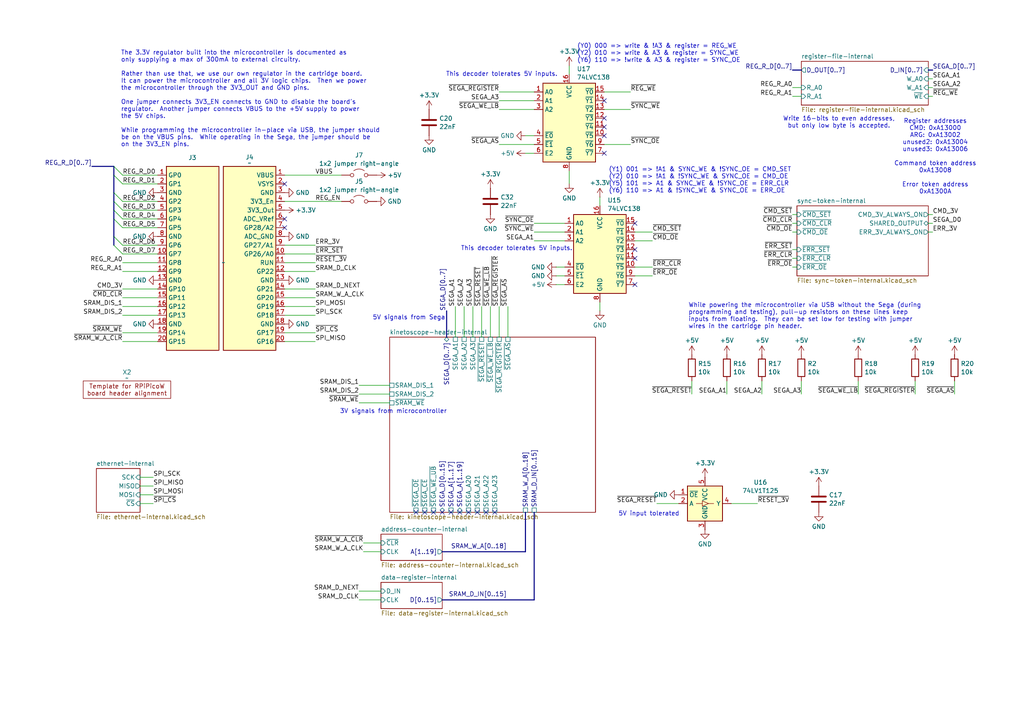
<source format=kicad_sch>
(kicad_sch (version 20231120) (generator "eeschema") (generator_version "8.0")
  (paper "A4")
  (title_block (title "Kinetoscope Microcontroller and Register Board"))
  (lib_symbols
    (symbol "74xx:74HC138"
      (property "Reference" "U" (at -7.62 13.97 0))
      (property "Value" "74HC138" (at 2.54 -11.43 0))
      (symbol "74HC138_0_1"
        (rectangle (start -7.62 12.7) (end 7.62 -10.16) (stroke (width 0.254)) (fill (type background)))
      )
      (symbol "74HC138_1_1"
        (pin input line (at -10.16 10.16 0) (length 2.54) (name "A0") (number "1"))
        (pin output line (at 10.16 -2.54 180) (length 2.54) (name "~{Y5}") (number "10"))
        (pin output line (at 10.16 0 180) (length 2.54) (name "~{Y4}") (number "11"))
        (pin output line (at 10.16 2.54 180) (length 2.54) (name "~{Y3}") (number "12"))
        (pin output line (at 10.16 5.08 180) (length 2.54) (name "~{Y2}") (number "13"))
        (pin output line (at 10.16 7.62 180) (length 2.54) (name "~{Y1}") (number "14"))
        (pin output line (at 10.16 10.16 180) (length 2.54) (name "~{Y0}") (number "15"))
        (pin power_in line (at 0 15.24 270) (length 2.54) (name "VCC") (number "16"))
        (pin input line (at -10.16 7.62 0) (length 2.54) (name "A1") (number "2"))
        (pin input line (at -10.16 5.08 0) (length 2.54) (name "A2") (number "3"))
        (pin input line (at -10.16 -2.54 0) (length 2.54) (name "~{E0}") (number "4"))
        (pin input line (at -10.16 -5.08 0) (length 2.54) (name "~{E1}") (number "5"))
        (pin input line (at -10.16 -7.62 0) (length 2.54) (name "E2") (number "6"))
        (pin output line (at 10.16 -7.62 180) (length 2.54) (name "~{Y7}") (number "7"))
        (pin power_in line (at 0 -12.7 90) (length 2.54) (name "GND") (number "8"))
        (pin output line (at 10.16 -5.08 180) (length 2.54) (name "~{Y6}") (number "9"))
      )
    )
    (symbol "Device:C" (pin_numbers hide) (pin_names (offset 0.254))
      (property "Reference" "C" (at 0.635 2.54 0))
      (property "Value" "C" (at 0.635 -2.54 0))
      (symbol "C_0_1"
        (polyline (pts (xy -2.032 -0.762) (xy 2.032 -0.762)) (stroke (width 0.508)))
        (polyline (pts (xy -2.032 0.762) (xy 2.032 0.762)) (stroke (width 0.508)))
      )
      (symbol "C_1_1"
        (pin passive line (at 0 3.81 270) (length 2.794) (name "~") (number "1"))
        (pin passive line (at 0 -3.81 90) (length 2.794) (name "~") (number "2"))
      )
    )
    (symbol "Device:R" (pin_numbers hide) (pin_names (offset 0))
      (property "Reference" "R" (at 2.032 0 90))
      (property "Value" "R" (at 0 0 90))
      (symbol "R_0_1"
        (rectangle (start -1.016 -2.54) (end 1.016 2.54) (stroke (width 0.254)))
      )
      (symbol "R_1_1"
        (pin passive line (at 0 3.81 270) (length 1.27) (name "~") (number "1"))
        (pin passive line (at 0 -3.81 90) (length 1.27) (name "~") (number "2"))
      )
    )
    (symbol "Jumper:Jumper_2_Open" (pin_numbers hide) (pin_names (offset 0) hide) (exclude_from_sim yes)
      (property "Reference" "JP" (at 0 2.794 0))
      (property "Value" "Jumper_2_Open" (at 0 -2.286 0))
      (symbol "Jumper_2_Open_0_0"
        (circle (center -2.032 0) (radius 0.508))
        (circle (center 2.032 0) (radius 0.508))
      )
      (symbol "Jumper_2_Open_0_1"
        (arc (start 1.524 1.27) (mid 0 1.778) (end -1.524 1.27))
      )
      (symbol "Jumper_2_Open_1_1"
        (pin passive line (at -5.08 0 0) (length 2.54) (name "A") (number "1"))
        (pin passive line (at 5.08 0 180) (length 2.54) (name "B") (number "2"))
      )
    )
    (symbol "Logic_LevelTranslator:SN74LV1T125DBV"
      (property "Reference" "U" (at 5.08 6.35 0))
      (property "Value" "SN74LV1T125DBV" (at 5.08 3.81 0))
      (symbol "SN74LV1T125DBV_0_1"
        (rectangle (start -5.08 5.08) (end 5.08 -5.08) (stroke (width 0.254)) (fill (type background)))
        (polyline (pts (xy -0.762 0) (xy -2.54 0)))
        (polyline (pts (xy 1.016 0) (xy 2.54 0)))
      )
      (symbol "SN74LV1T125DBV_1_1"
        (polyline (pts (xy -0.762 -0.762) (xy -0.762 0.762) (xy 1.016 0) (xy -0.762 -0.762)))
        (pin input line (at -7.62 2.54 0) (length 2.54) (name "~{OE}") (number "1"))
        (pin input line (at -7.62 0 0) (length 2.54) (name "A") (number "2"))
        (pin power_in line (at 0 -7.62 90) (length 2.54) (name "GND") (number "3"))
        (pin output line (at 7.62 0 180) (length 2.54) (name "Y") (number "4"))
        (pin power_in line (at 0 7.62 270) (length 2.54) (name "VCC") (number "5"))
      )
    )
    (symbol "Raspberry_Pi_Pico_W:Raspberry_Pi_Pico_W_A"
      (property "Reference" "J" (at 0 1.016 0))
      (symbol "Raspberry_Pi_Pico_W_A_0_1"
        (rectangle (start -7.62 0) (end 7.62 -53.34) (stroke (width 0.254)) (fill (type background)))
      )
      (symbol "Raspberry_Pi_Pico_W_A_1_1"
        (pin passive line (at -10.16 -2.54 0) (length 2.54) (name "GP0") (number "1"))
        (pin passive line (at -10.16 -25.4 0) (length 2.54) (name "GP7") (number "10"))
        (pin passive line (at -10.16 -27.94 0) (length 2.54) (name "GP8") (number "11"))
        (pin passive line (at -10.16 -30.48 0) (length 2.54) (name "GP9") (number "12"))
        (pin passive line (at -10.16 -33.02 0) (length 2.54) (name "GND") (number "13"))
        (pin passive line (at -10.16 -35.56 0) (length 2.54) (name "GP10") (number "14"))
        (pin passive line (at -10.16 -38.1 0) (length 2.54) (name "GP11") (number "15"))
        (pin passive line (at -10.16 -40.64 0) (length 2.54) (name "GP12") (number "16"))
        (pin passive line (at -10.16 -43.18 0) (length 2.54) (name "GP13") (number "17"))
        (pin passive line (at -10.16 -45.72 0) (length 2.54) (name "GND") (number "18"))
        (pin passive line (at -10.16 -48.26 0) (length 2.54) (name "GP14") (number "19"))
        (pin passive line (at -10.16 -5.08 0) (length 2.54) (name "GP1") (number "2"))
        (pin passive line (at -10.16 -50.8 0) (length 2.54) (name "GP15") (number "20"))
        (pin passive line (at -10.16 -7.62 0) (length 2.54) (name "GND") (number "3"))
        (pin passive line (at -10.16 -10.16 0) (length 2.54) (name "GP2") (number "4"))
        (pin passive line (at -10.16 -12.7 0) (length 2.54) (name "GP3") (number "5"))
        (pin passive line (at -10.16 -15.24 0) (length 2.54) (name "GP4") (number "6"))
        (pin passive line (at -10.16 -17.78 0) (length 2.54) (name "GP5") (number "7"))
        (pin passive line (at -10.16 -20.32 0) (length 2.54) (name "GND") (number "8"))
        (pin passive line (at -10.16 -22.86 0) (length 2.54) (name "GP6") (number "9"))
      )
    )
    (symbol "Raspberry_Pi_Pico_W:Raspberry_Pi_Pico_W_B"
      (property "Reference" "J" (at 0 1.016 0))
      (symbol "Raspberry_Pi_Pico_W_B_0_1"
        (rectangle (start -7.62 0) (end 7.62 -53.34) (stroke (width 0.254)) (fill (type background)))
      )
      (symbol "Raspberry_Pi_Pico_W_B_1_1"
        (pin passive line (at 10.16 -2.54 180) (length 2.54) (name "VBUS") (number "1"))
        (pin passive line (at 10.16 -25.4 180) (length 2.54) (name "GP26/A0") (number "10"))
        (pin passive line (at 10.16 -27.94 180) (length 2.54) (name "RUN") (number "11"))
        (pin passive line (at 10.16 -30.48 180) (length 2.54) (name "GP22") (number "12"))
        (pin passive line (at 10.16 -33.02 180) (length 2.54) (name "GND") (number "13"))
        (pin passive line (at 10.16 -35.56 180) (length 2.54) (name "GP21") (number "14"))
        (pin passive line (at 10.16 -38.1 180) (length 2.54) (name "GP20") (number "15"))
        (pin passive line (at 10.16 -40.64 180) (length 2.54) (name "GP19") (number "16"))
        (pin passive line (at 10.16 -43.18 180) (length 2.54) (name "GP18") (number "17"))
        (pin passive line (at 10.16 -45.72 180) (length 2.54) (name "GND") (number "18"))
        (pin passive line (at 10.16 -48.26 180) (length 2.54) (name "GP17") (number "19"))
        (pin passive line (at 10.16 -5.08 180) (length 2.54) (name "VSYS") (number "2"))
        (pin passive line (at 10.16 -50.8 180) (length 2.54) (name "GP16") (number "20"))
        (pin passive line (at 10.16 -7.62 180) (length 2.54) (name "GND") (number "3"))
        (pin passive line (at 10.16 -10.16 180) (length 2.54) (name "3V3_En") (number "4"))
        (pin passive line (at 10.16 -12.7 180) (length 2.54) (name "3V3_Out") (number "5"))
        (pin passive line (at 10.16 -15.24 180) (length 2.54) (name "ADC_VRef") (number "6"))
        (pin passive line (at 10.16 -17.78 180) (length 2.54) (name "GP28/A2") (number "7"))
        (pin passive line (at 10.16 -20.32 180) (length 2.54) (name "ADC_GND") (number "8"))
        (pin passive line (at 10.16 -22.86 180) (length 2.54) (name "GP27/A1") (number "9"))
      )
    )
    (symbol "Raspberry_Pi_Pico_W:Raspberry_Pi_Pico_W_template" (in_bom no)
      (property "Reference" "X" (at 0 0 0))
      (symbol "Raspberry_Pi_Pico_W_template_0_1"
        (rectangle (start -12.7 -1.27) (end 12.7 -6.35))
      )
      (symbol "Raspberry_Pi_Pico_W_template_1_1"
        (text "Template for RPiPicoW\nboard header alignment" (at 0 -3.81 0) (effects (font (size 1.27 1.27))))
      )
    )
    (symbol "power:+3.3V" (power) (pin_numbers hide) (pin_names (offset 0) hide)
      (property "Value" "+3.3V" (at 0 3.556 0))
      (symbol "+3.3V_0_1"
        (polyline (pts (xy -0.762 1.27) (xy 0 2.54)))
        (polyline (pts (xy 0 0) (xy 0 2.54)))
        (polyline (pts (xy 0 2.54) (xy 0.762 1.27)))
      )
      (symbol "+3.3V_1_1"
        (pin power_in line (at 0 0 90) (length 0) (name "~") (number "1"))
      )
    )
    (symbol "power:+5V" (power) (pin_numbers hide) (pin_names (offset 0) hide)
      (property "Value" "+5V" (at 0 3.556 0))
      (symbol "+5V_0_1"
        (polyline (pts (xy -0.762 1.27) (xy 0 2.54)))
        (polyline (pts (xy 0 0) (xy 0 2.54)))
        (polyline (pts (xy 0 2.54) (xy 0.762 1.27)))
      )
      (symbol "+5V_1_1"
        (pin power_in line (at 0 0 90) (length 0) (name "~") (number "1"))
      )
    )
    (symbol "power:GND" (power) (pin_numbers hide) (pin_names (offset 0) hide)
      (property "Value" "GND" (at 0 -3.81 0))
      (symbol "GND_0_1"
        (polyline (pts (xy 0 0) (xy 0 -1.27) (xy 1.27 -1.27) (xy 0 -2.54) (xy -1.27 -1.27) (xy 0 -1.27)))
      )
      (symbol "GND_1_1"
        (pin power_in line (at 0 0 270) (length 0) (name "~") (number "1"))
      )
    )
  )
  (no_connect (at 175.26 39.37))
  (no_connect (at 82.55 53.34))
  (no_connect (at 125.73 148.59))
  (no_connect (at 175.26 36.83))
  (no_connect (at 184.15 72.39))
  (no_connect (at 130.81 148.59))
  (no_connect (at 135.89 148.59))
  (no_connect (at 133.35 148.59))
  (no_connect (at 175.26 44.45))
  (no_connect (at 175.26 34.29))
  (no_connect (at 138.43 148.59))
  (no_connect (at 128.27 148.59))
  (no_connect (at 120.65 148.59))
  (no_connect (at 184.15 82.55))
  (no_connect (at 82.55 66.04))
  (no_connect (at 123.19 148.59))
  (no_connect (at 140.97 148.59))
  (no_connect (at 175.26 29.21))
  (no_connect (at 143.51 148.59))
  (no_connect (at 184.15 64.77))
  (no_connect (at 82.55 63.5))
  (no_connect (at 184.15 74.93))
  (bus_entry (at 33.02 48.26) (size 2.54 2.54))
  (bus_entry (at 33.02 50.8) (size 2.54 2.54))
  (bus_entry (at 33.02 68.58) (size 2.54 2.54))
  (bus_entry (at 33.02 63.5) (size 2.54 2.54))
  (bus_entry (at 33.02 55.88) (size 2.54 2.54))
  (bus_entry (at 33.02 60.96) (size 2.54 2.54))
  (bus_entry (at 33.02 58.42) (size 2.54 2.54))
  (bus_entry (at 33.02 71.12) (size 2.54 2.54))
  (bus (pts (xy 152.4 148.59) (xy 152.4 160.02)))
  (wire (pts (xy 82.55 86.36) (xy 91.44 86.36)))
  (wire (pts (xy 269.24 67.31) (xy 270.51 67.31)))
  (wire (pts (xy 147.32 88.9) (xy 147.32 97.79)))
  (wire (pts (xy 175.26 26.67) (xy 182.88 26.67)))
  (wire (pts (xy 137.16 88.9) (xy 137.16 97.79)))
  (wire (pts (xy 165.1 19.05) (xy 165.1 21.59)))
  (wire (pts (xy 35.56 99.06) (xy 45.72 99.06)))
  (wire (pts (xy 270.51 62.23) (xy 269.24 62.23)))
  (wire (pts (xy 220.98 110.49) (xy 220.98 114.3)))
  (wire (pts (xy 142.24 88.9) (xy 142.24 97.79)))
  (wire (pts (xy 276.86 110.49) (xy 276.86 114.3)))
  (wire (pts (xy 40.64 140.97) (xy 44.45 140.97)))
  (wire (pts (xy 175.26 41.91) (xy 182.88 41.91)))
  (wire (pts (xy 165.1 49.53) (xy 165.1 53.34)))
  (wire (pts (xy 232.41 110.49) (xy 232.41 114.3)))
  (wire (pts (xy 163.83 77.47) (xy 161.29 77.47)))
  (wire (pts (xy 82.55 76.2) (xy 91.44 76.2)))
  (bus (pts (xy 129.54 90.17) (xy 129.54 97.79)))
  (wire (pts (xy 35.56 58.42) (xy 45.72 58.42)))
  (wire (pts (xy 132.08 88.9) (xy 132.08 97.79)))
  (bus (pts (xy 232.41 20.32) (xy 229.87 20.32)))
  (wire (pts (xy 229.87 62.23) (xy 231.14 62.23)))
  (wire (pts (xy 184.15 77.47) (xy 189.23 77.47)))
  (wire (pts (xy 269.24 27.94) (xy 270.51 27.94)))
  (wire (pts (xy 210.82 110.49) (xy 210.82 114.3)))
  (wire (pts (xy 154.94 39.37) (xy 152.4 39.37)))
  (wire (pts (xy 144.78 26.67) (xy 154.94 26.67)))
  (wire (pts (xy 269.24 22.86) (xy 270.51 22.86)))
  (bus (pts (xy 33.02 58.42) (xy 33.02 60.96)))
  (wire (pts (xy 35.56 63.5) (xy 45.72 63.5)))
  (wire (pts (xy 269.24 25.4) (xy 270.51 25.4)))
  (wire (pts (xy 229.87 27.94) (xy 232.41 27.94)))
  (wire (pts (xy 154.94 64.77) (xy 163.83 64.77)))
  (wire (pts (xy 229.87 72.39) (xy 231.14 72.39)))
  (wire (pts (xy 82.55 96.52) (xy 91.44 96.52)))
  (wire (pts (xy 35.56 78.74) (xy 45.72 78.74)))
  (wire (pts (xy 104.14 116.84) (xy 113.03 116.84)))
  (bus (pts (xy 128.27 160.02) (xy 152.4 160.02)))
  (wire (pts (xy 82.55 78.74) (xy 91.44 78.74)))
  (wire (pts (xy 82.55 73.66) (xy 91.44 73.66)))
  (wire (pts (xy 212.09 146.05) (xy 219.71 146.05)))
  (wire (pts (xy 82.55 99.06) (xy 91.44 99.06)))
  (wire (pts (xy 154.94 69.85) (xy 163.83 69.85)))
  (wire (pts (xy 82.55 50.8) (xy 99.06 50.8)))
  (wire (pts (xy 229.87 64.77) (xy 231.14 64.77)))
  (wire (pts (xy 154.94 44.45) (xy 152.4 44.45)))
  (wire (pts (xy 175.26 31.75) (xy 182.88 31.75)))
  (wire (pts (xy 35.56 86.36) (xy 45.72 86.36)))
  (wire (pts (xy 35.56 96.52) (xy 45.72 96.52)))
  (wire (pts (xy 190.5 146.05) (xy 196.85 146.05)))
  (wire (pts (xy 82.55 91.44) (xy 91.44 91.44)))
  (bus (pts (xy 33.02 60.96) (xy 33.02 63.5)))
  (wire (pts (xy 35.56 83.82) (xy 45.72 83.82)))
  (bus (pts (xy 269.24 20.32) (xy 270.51 20.32)))
  (wire (pts (xy 134.62 88.9) (xy 134.62 97.79)))
  (wire (pts (xy 229.87 25.4) (xy 232.41 25.4)))
  (wire (pts (xy 154.94 67.31) (xy 163.83 67.31)))
  (wire (pts (xy 184.15 69.85) (xy 189.23 69.85)))
  (bus (pts (xy 26.67 48.26) (xy 33.02 48.26)))
  (wire (pts (xy 35.56 66.04) (xy 45.72 66.04)))
  (wire (pts (xy 184.15 80.01) (xy 189.23 80.01)))
  (wire (pts (xy 104.14 173.99) (xy 110.49 173.99)))
  (wire (pts (xy 35.56 88.9) (xy 45.72 88.9)))
  (wire (pts (xy 40.64 146.05) (xy 44.45 146.05)))
  (wire (pts (xy 82.55 88.9) (xy 91.44 88.9)))
  (bus (pts (xy 33.02 68.58) (xy 33.02 71.12)))
  (wire (pts (xy 40.64 143.51) (xy 44.45 143.51)))
  (wire (pts (xy 269.24 64.77) (xy 270.51 64.77)))
  (wire (pts (xy 82.55 58.42) (xy 99.06 58.42)))
  (wire (pts (xy 248.92 110.49) (xy 248.92 114.3)))
  (wire (pts (xy 40.64 138.43) (xy 44.45 138.43)))
  (bus (pts (xy 128.27 173.99) (xy 154.94 173.99)))
  (wire (pts (xy 144.78 41.91) (xy 154.94 41.91)))
  (wire (pts (xy 82.55 71.12) (xy 91.44 71.12)))
  (wire (pts (xy 229.87 74.93) (xy 231.14 74.93)))
  (wire (pts (xy 200.66 114.3) (xy 200.66 110.49)))
  (wire (pts (xy 35.56 76.2) (xy 45.72 76.2)))
  (wire (pts (xy 173.99 87.63) (xy 173.99 90.17)))
  (wire (pts (xy 229.87 77.47) (xy 231.14 77.47)))
  (bus (pts (xy 33.02 50.8) (xy 33.02 55.88)))
  (bus (pts (xy 33.02 55.88) (xy 33.02 58.42)))
  (wire (pts (xy 35.56 60.96) (xy 45.72 60.96)))
  (wire (pts (xy 104.14 114.3) (xy 113.03 114.3)))
  (wire (pts (xy 35.56 71.12) (xy 45.72 71.12)))
  (wire (pts (xy 104.14 171.45) (xy 110.49 171.45)))
  (wire (pts (xy 144.78 88.9) (xy 144.78 97.79)))
  (wire (pts (xy 163.83 82.55) (xy 161.29 82.55)))
  (wire (pts (xy 104.14 111.76) (xy 113.03 111.76)))
  (wire (pts (xy 231.14 67.31) (xy 229.87 67.31)))
  (wire (pts (xy 139.7 88.9) (xy 139.7 97.79)))
  (wire (pts (xy 82.55 83.82) (xy 91.44 83.82)))
  (wire (pts (xy 105.41 160.02) (xy 110.49 160.02)))
  (wire (pts (xy 173.99 59.69) (xy 173.99 57.15)))
  (wire (pts (xy 184.15 67.31) (xy 189.23 67.31)))
  (bus (pts (xy 33.02 63.5) (xy 33.02 68.58)))
  (bus (pts (xy 33.02 48.26) (xy 33.02 50.8)))
  (bus (pts (xy 154.94 173.99) (xy 154.94 148.59)))
  (wire (pts (xy 265.43 110.49) (xy 265.43 114.3)))
  (wire (pts (xy 163.83 80.01) (xy 161.29 80.01)))
  (wire (pts (xy 35.56 91.44) (xy 45.72 91.44)))
  (wire (pts (xy 35.56 73.66) (xy 45.72 73.66)))
  (wire (pts (xy 144.78 31.75) (xy 154.94 31.75)))
  (wire (pts (xy 105.41 157.48) (xy 110.49 157.48)))
  (wire (pts (xy 144.78 29.21) (xy 154.94 29.21)))
  (wire (pts (xy 35.56 53.34) (xy 45.72 53.34)))
  (wire (pts (xy 35.56 50.8) (xy 45.72 50.8)))
  (text "This decoder tolerates 5V inputs." (at 149.86 72.136 0) (effects (font (size 1.27 1.27))))
  (text "While powering the microcontroller via USB without the Sega (during\nprogramming and testing), pull-up resistors on these lines keep\ninputs from floating.  They can be set low for testing with jumper\nwires in the cartridge pin header." (at 199.644 91.694 0) (effects (font (size 1.27 1.27)) (justify left)))
  (text "5V signals from Sega" (at 118.618 92.202 0) (effects (font (size 1.27 1.27))))
  (text "The 3.3V regulator built into the microcontroller is documented as\nonly supplying a max of 300mA to external circuitry.\n\nRather than use that, we use our own regulator in the cartridge board.\nIt can power the microcontroller and all 3V logic chips.  Then we power\nthe microcontroller through the 3V3_OUT and GND pins.\n\nOne jumper connects 3V3_EN connects to GND to disable the board's\nregulator.  Another jumper connects VBUS to the +5V supply to power\nthe 5V chips.\n\nWhile programming the microcontroller in-place via USB, the jumper should\nbe on the VBUS pins.  While operating in the Sega, the jumper should be\non the 3V3_EN pins." (at 35.052 28.702 0) (effects (font (size 1.27 1.27)) (justify left)))
  (text "Register addresses\nCMD: 0xA13000\nARG: 0xA13002\nunused2: 0xA13004\nunused3: 0xA13006\n\nCommand token address\n0xA13008\n\nError token address\n0xA1300A" (at 271.272 45.466 0) (effects (font (size 1.27 1.27))))
  (text "This decoder tolerates 5V inputs." (at 145.542 21.59 0) (effects (font (size 1.27 1.27))))
  (text "5V input tolerated" (at 188.214 149.098 0) (effects (font (size 1.27 1.27))))
  (text "(Y0) 000 => write & !A3 & register = REG_WE\n(Y2) 010 => write & A3 & register = SYNC_WE\n(Y6) 110 => !write & A3 & register = SYNC_OE" (at 167.386 15.494 0) (effects (font (size 1.27 1.27)) (justify left)))
  (text "Write 16-bits to even addresses,\nbut only low byte is accepted." (at 243.332 35.56 0) (effects (font (size 1.27 1.27))))
  (text "(Y1) 001 => !A1 & SYNC_WE & !SYNC_OE = CMD_SET\n(Y2) 010 => !A1 & !SYNC_WE & SYNC_OE = CMD_OE\n(Y5) 101 => A1 & SYNC_WE & !SYNC_OE = ERR_CLR\n(Y6) 110 => A1 & !SYNC_WE & SYNC_OE = ERR_OE\n" (at 176.53 52.324 0) (effects (font (size 1.27 1.27)) (justify left)))
  (text "3V signals from microcontroller" (at 98.552 119.38 0) (effects (font (size 1.27 1.27)) (justify left)))
  (label "CMD_3V" (at 270.51 62.23 0))
  (label "SEGA_A3" (at 232.41 114.3 180))
  (label "REG_R_A1" (at 35.56 78.74 180))
  (label "SEGA_A1" (at 154.94 69.85 180))
  (label "~{CMD_OE}" (at 189.23 69.85 0))
  (label "~{RESET_3V}" (at 91.44 76.2 0))
  (label "REG_R_D6" (at 35.56 71.12 0))
  (label "SEGA_A2" (at 270.51 25.4 0))
  (label "~{SPI_CS}" (at 44.45 146.05 0))
  (label "~{SEGA_WE_LB}" (at 248.92 114.3 180))
  (label "SRAM_D_CLK" (at 104.14 173.99 180))
  (label "SPI_MISO" (at 91.44 99.06 0))
  (label "~{CMD_CLR}" (at 229.87 64.77 180))
  (label "SRAM_DIS_1" (at 104.14 111.76 180))
  (label "~{CMD_CLR}" (at 35.56 86.36 180))
  (label "~{SEGA_RESET}" (at 139.7 88.9 90))
  (label "~{RESET_3V}" (at 219.71 146.05 0))
  (label "SPI_SCK" (at 91.44 91.44 0))
  (label "SRAM_W_A_CLK" (at 105.41 160.02 180))
  (label "~{SYNC_WE}" (at 182.88 31.75 0))
  (label "~{SRAM_WE}" (at 104.14 116.84 180))
  (label "~{ERR_CLR}" (at 229.87 74.93 180))
  (label "REG_R_D4" (at 35.56 63.5 0))
  (label "REG_R_D[0..7]" (at 26.67 48.26 180))
  (label "SRAM_DIS_1" (at 35.56 88.9 180))
  (label "~{CMD_OE}" (at 229.87 67.31 180))
  (label "REG_R_D2" (at 35.56 58.42 0))
  (label "SPI_MISO" (at 44.45 140.97 0))
  (label "~{REG_WE}" (at 182.88 26.67 0))
  (label "~{SYNC_WE}" (at 154.94 67.31 180))
  (label "~{SEGA_RESET}" (at 190.5 146.05 180))
  (label "REG_R_D0" (at 35.56 50.8 0))
  (label "SEGA_D[0..7]" (at 270.51 20.32 0))
  (label "~{SEGA_WE_LB}" (at 142.24 88.9 90))
  (label "~{SEGA_WE_LB}" (at 144.78 31.75 180))
  (label "SPI_MOSI" (at 44.45 143.51 0))
  (label "SEGA_A2" (at 220.98 114.3 180))
  (label "SEGA_D0" (at 270.51 64.77 0))
  (label "SRAM_W_A_CLK" (at 91.44 86.36 0))
  (label "~{ERR_CLR}" (at 189.23 77.47 0))
  (label "~{SRAM_W_A_CLR}" (at 35.56 99.06 180))
  (label "SRAM_D_NEXT" (at 104.14 171.45 180))
  (label "REG_R_D3" (at 35.56 60.96 0))
  (label "~{CMD_SET}" (at 189.23 67.31 0))
  (label "~{SEGA_AS}" (at 276.86 114.3 180))
  (label "~{SEGA_REGISTER}" (at 144.78 88.9 90))
  (label "~{ERR_OE}" (at 189.23 80.01 0))
  (label "~{SPI_CS}" (at 91.44 96.52 0))
  (label "REG_R_A0" (at 35.56 76.2 180))
  (label "REG_EN" (at 91.44 58.42 0))
  (label "SRAM_D_CLK" (at 91.44 78.74 0))
  (label "REG_R_D5" (at 35.56 66.04 0))
  (label "ERR_3V" (at 270.51 67.31 0))
  (label "~{REG_WE}" (at 270.51 27.94 0))
  (label "REG_R_A1" (at 229.87 27.94 180))
  (label "REG_R_D7" (at 35.56 73.66 0))
  (label "SRAM_D_NEXT" (at 91.44 83.82 0))
  (label "SRAM_DIS_2" (at 35.56 91.44 180))
  (label "SEGA_A3" (at 144.78 29.21 180))
  (label "~{ERR_SET}" (at 229.87 72.39 180))
  (label "~{SYNC_OE}" (at 154.94 64.77 180))
  (label "~{CMD_SET}" (at 229.87 62.23 180))
  (label "REG_R_A0" (at 229.87 25.4 180))
  (label "~{ERR_OE}" (at 229.87 77.47 180))
  (label "ERR_3V" (at 91.44 71.12 0))
  (label "SPI_SCK" (at 44.45 138.43 0))
  (label "SEGA_A1" (at 132.08 88.9 90))
  (label "REG_R_D1" (at 35.56 53.34 0))
  (label "SEGA_A2" (at 134.62 88.9 90))
  (label "~{SEGA_AS}" (at 147.32 88.9 90))
  (label "~{SRAM_WE}" (at 35.56 96.52 180))
  (label "SRAM_W_A[0..18]" (at 147.0121 159.4442 180))
  (label "SEGA_D[0..7]" (at 129.54 90.17 90))
  (label "SRAM_D_IN[0..15]" (at 147.0349 173.3671 180))
  (label "SPI_MOSI" (at 91.44 88.9 0))
  (label "REG_R_D[0..7]" (at 229.87 20.32 180))
  (label "SEGA_A3" (at 137.16 88.9 90))
  (label "SEGA_A1" (at 210.82 114.3 180))
  (label "~{SEGA_REGISTER}" (at 144.78 26.67 180))
  (label "SEGA_A1" (at 270.51 22.86 0))
  (label "SRAM_DIS_2" (at 104.14 114.3 180))
  (label "~{SYNC_OE}" (at 182.88 41.91 0))
  (label "~{SEGA_AS}" (at 144.78 41.91 180))
  (label "~{SEGA_REGISTER}" (at 265.43 114.3 180))
  (label "~{SRAM_W_A_CLR}" (at 105.41 157.48 180))
  (label "~{ERR_SET}" (at 91.44 73.66 0))
  (label "VBUS" (at 91.44 50.8 0))
  (label "~{SEGA_RESET}" (at 200.66 114.3 180))
  (label "CMD_3V" (at 35.56 83.82 180))
  (symbol (lib_id "power:GND") (at 124.46 39.37 0) (unit 1)
    (property "Reference" "#PWR029" (effects (hide yes)))
    (property "Value" "GND" (at 124.46 43.5031 0))
    (property "Description" "Power symbol creates a global label with name \"GND\" , ground" (effects (hide yes)))
  )
  (symbol (lib_id "power:+5V") (at 276.86 102.87 0) (unit 1)
    (property "Reference" "#PWR0125" (effects (hide yes)))
    (property "Value" "+5V" (at 276.86 98.7369 0))
    (property "Description" "Power symbol creates a global label with name \"+5V\"" (effects (hide yes)))
  )
  (symbol (lib_id "power:+3.3V") (at 82.55 60.96 270) (unit 1)
    (property "Reference" "#PWR021" (effects (hide yes)))
    (property "Value" "+3.3V" (at 85.725 60.96 90) (effects (justify left)))
    (property "Description" "Power symbol creates a global label with name \"+3.3V\"" (effects (hide yes)))
  )
  (symbol (lib_id "power:GND") (at 161.29 77.47 270) (unit 1)
    (property "Reference" "#PWR0130" (effects (hide yes)))
    (property "Value" "GND" (at 158.1151 77.47 90) (effects (justify right)))
    (property "Description" "Power symbol creates a global label with name \"GND\" , ground" (effects (hide yes)))
  )
  (symbol (lib_id "power:GND") (at 45.72 55.88 270) (unit 1)
    (property "Reference" "#PWR015" (effects (hide yes)))
    (property "Value" "GND" (at 42.5451 55.88 90) (effects (justify right)))
    (property "Description" "Power symbol creates a global label with name \"GND\" , ground" (effects (hide yes)))
  )
  (symbol (lib_id "power:+3.3V") (at 165.1 19.05 0) (unit 1)
    (property "Reference" "#PWR028" (effects (hide yes)))
    (property "Value" "+3.3V" (at 165.1 14.9169 0))
    (property "Description" "Power symbol creates a global label with name \"+3.3V\"" (effects (hide yes)))
  )
  (symbol (lib_id "power:GND") (at 45.72 93.98 270) (unit 1)
    (property "Reference" "#PWR012" (effects (hide yes)))
    (property "Value" "GND" (at 42.5451 93.98 90) (effects (justify right)))
    (property "Description" "Power symbol creates a global label with name \"GND\" , ground" (effects (hide yes)))
  )
  (symbol (lib_id "Jumper:Jumper_2_Open") (at 104.14 58.42 0) (unit 1) (exclude_from_sim yes)
    (property "Reference" "J5" (at 104.14 52.6245 0))
    (property "Value" "1x2 jumper right-angle" (at 104.14 55.0488 0))
    (property "Footprint" "Connector_PinHeader_2.54mm:PinHeader_1x02_P2.54mm_Horizontal" (effects (hide yes)))
    (property "Description" "Jumper, 2-pole, open" (effects (hide yes)))
    (property "JLCPCB Part Number" "C5540789" (effects (hide yes)))
    (property "Mouser Part Number" "737-PH1RB-02-UA" (effects (hide yes)))
  )
  (symbol (lib_id "Raspberry_Pi_Pico_W:Raspberry_Pi_Pico_W_A") (at 55.88 48.26 0) (unit 1)
    (property "Reference" "J3" (at 54.61 45.72 0) (effects (justify left)))
    (property "Value" "~" (at 64.262 76.1422 0) (effects (justify left)))
    (property "Footprint" "Connector_PinHeader_2.54mm:PinHeader_1x20_P2.54mm_Vertical" (effects (hide yes)))
    (property "JLCPCB Part Number" "C5224030" (effects (hide yes)))
    (property "Mouser Part Number" "710-61302011821" (effects (hide yes)))
  )
  (symbol (lib_id "power:GND") (at 82.55 81.28 90) (unit 1)
    (property "Reference" "#PWR017" (effects (hide yes)))
    (property "Value" "GND" (at 85.725 81.28 90) (effects (justify right)))
    (property "Description" "Power symbol creates a global label with name \"GND\" , ground" (effects (hide yes)))
  )
  (symbol (lib_id "power:+5V") (at 248.92 102.87 0) (unit 1)
    (property "Reference" "#PWR0123" (effects (hide yes)))
    (property "Value" "+5V" (at 248.92 98.7369 0))
    (property "Description" "Power symbol creates a global label with name \"+5V\"" (effects (hide yes)))
  )
  (symbol (lib_id "power:GND") (at 204.47 153.67 0) (unit 1)
    (property "Reference" "#PWR023" (effects (hide yes)))
    (property "Value" "GND" (at 204.47 157.8031 0))
    (property "Description" "Power symbol creates a global label with name \"GND\" , ground" (effects (hide yes)))
  )
  (symbol (lib_id "power:+3.3V") (at 237.49 140.97 0) (unit 1)
    (property "Reference" "#PWR025" (effects (hide yes)))
    (property "Value" "+3.3V" (at 237.49 136.8369 0))
    (property "Description" "Power symbol creates a global label with name \"+3.3V\"" (effects (hide yes)))
  )
  (symbol (lib_id "power:GND") (at 161.29 80.01 270) (unit 1)
    (property "Reference" "#PWR0132" (effects (hide yes)))
    (property "Value" "GND" (at 158.1151 80.01 90) (effects (justify right)))
    (property "Description" "Power symbol creates a global label with name \"GND\" , ground" (effects (hide yes)))
  )
  (symbol (lib_id "power:+5V") (at 161.29 82.55 90) (unit 1)
    (property "Reference" "#PWR0131" (effects (hide yes)))
    (property "Value" "+5V" (at 158.1151 82.55 90) (effects (justify left)))
    (property "Description" "Power symbol creates a global label with name \"+5V\"" (effects (hide yes)))
  )
  (symbol (lib_id "power:GND") (at 82.55 68.58 90) (unit 1)
    (property "Reference" "#PWR018" (effects (hide yes)))
    (property "Value" "GND" (at 85.725 68.58 90) (effects (justify right)))
    (property "Description" "Power symbol creates a global label with name \"GND\" , ground" (effects (hide yes)))
  )
  (symbol (lib_id "power:GND") (at 152.4 39.37 270) (unit 1)
    (property "Reference" "#PWR081" (effects (hide yes)))
    (property "Value" "GND" (at 149.2251 39.37 90) (effects (justify right)))
    (property "Description" "Power symbol creates a global label with name \"GND\" , ground" (effects (hide yes)))
  )
  (symbol (lib_id "Device:R") (at 232.41 106.68 0) (unit 1)
    (property "Reference" "R2" (at 234.188 105.4678 0) (effects (justify left)))
    (property "Value" "10k" (at 234.188 107.8921 0) (effects (justify left)))
    (property "Footprint" "Resistor_SMD:R_0603_1608Metric" (effects (hide yes)))
    (property "Description" "Resistor" (effects (hide yes)))
    (property "JLCPCB Part Number" "C136944" (effects (hide yes)))
    (property "Part Number" "RT0603DRD0710KL" (effects (hide yes)))
    (property "Mouser Part Number" "603-RT0603DRD0710KL" (effects (hide yes)))
  )
  (symbol (lib_id "power:+3.3V") (at 142.24 54.61 0) (unit 1)
    (property "Reference" "#PWR027" (effects (hide yes)))
    (property "Value" "+3.3V" (at 142.24 50.4769 0))
    (property "Description" "Power symbol creates a global label with name \"+3.3V\"" (effects (hide yes)))
  )
  (symbol (lib_id "power:+3.3V") (at 204.47 138.43 0) (unit 1)
    (property "Reference" "#PWR026" (effects (hide yes)))
    (property "Value" "+3.3V" (at 204.47 134.2969 0))
    (property "Description" "Power symbol creates a global label with name \"+3.3V\"" (effects (hide yes)))
  )
  (symbol (lib_id "power:GND") (at 45.72 81.28 270) (unit 1)
    (property "Reference" "#PWR013" (effects (hide yes)))
    (property "Value" "GND" (at 42.5451 81.28 90) (effects (justify right)))
    (property "Description" "Power symbol creates a global label with name \"GND\" , ground" (effects (hide yes)))
  )
  (symbol (lib_id "Device:R") (at 276.86 106.68 0) (unit 1)
    (property "Reference" "R20" (at 278.638 105.4678 0) (effects (justify left)))
    (property "Value" "10k" (at 278.638 107.8921 0) (effects (justify left)))
    (property "Footprint" "Resistor_SMD:R_0603_1608Metric" (effects (hide yes)))
    (property "Description" "Resistor" (effects (hide yes)))
    (property "JLCPCB Part Number" "C136944" (effects (hide yes)))
    (property "Part Number" "RT0603DRD0710KL" (effects (hide yes)))
    (property "Mouser Part Number" "603-RT0603DRD0710KL" (effects (hide yes)))
  )
  (symbol (lib_id "power:GND") (at 82.55 93.98 90) (unit 1)
    (property "Reference" "#PWR016" (effects (hide yes)))
    (property "Value" "GND" (at 85.725 93.98 90) (effects (justify right)))
    (property "Description" "Power symbol creates a global label with name \"GND\" , ground" (effects (hide yes)))
  )
  (symbol (lib_id "Device:R") (at 265.43 106.68 0) (unit 1)
    (property "Reference" "R19" (at 267.208 105.4678 0) (effects (justify left)))
    (property "Value" "10k" (at 267.208 107.8921 0) (effects (justify left)))
    (property "Footprint" "Resistor_SMD:R_0603_1608Metric" (effects (hide yes)))
    (property "Description" "Resistor" (effects (hide yes)))
    (property "JLCPCB Part Number" "C136944" (effects (hide yes)))
    (property "Part Number" "RT0603DRD0710KL" (effects (hide yes)))
    (property "Mouser Part Number" "603-RT0603DRD0710KL" (effects (hide yes)))
  )
  (symbol (lib_id "Device:R") (at 220.98 106.68 0) (unit 1)
    (property "Reference" "R17" (at 222.758 105.4678 0) (effects (justify left)))
    (property "Value" "10k" (at 222.758 107.8921 0) (effects (justify left)))
    (property "Footprint" "Resistor_SMD:R_0603_1608Metric" (effects (hide yes)))
    (property "Description" "Resistor" (effects (hide yes)))
    (property "JLCPCB Part Number" "C136944" (effects (hide yes)))
    (property "Part Number" "RT0603DRD0710KL" (effects (hide yes)))
    (property "Mouser Part Number" "603-RT0603DRD0710KL" (effects (hide yes)))
  )
  (symbol (lib_id "74xx:74HC138") (at 165.1 36.83 0) (unit 1)
    (property "Reference" "U17" (at 167.2941 19.9855 0) (effects (justify left)))
    (property "Value" "74LVC138" (at 167.2941 22.4098 0) (effects (justify left)))
    (property "Footprint" "Package_SO:TSSOP-16_4.4x5mm_P0.65mm" (effects (hide yes)))
    (property "Datasheet" "https://www.mouser.com/datasheet/2/916/74LVC138A-2937328.pdf" (effects (hide yes)))
    (property "Description" "3-to-8 line decoder/multiplexer inverting, DIP-16/SOIC-16/SSOP-16" (effects (hide yes)))
    (property "Mouser Part Number" "771-74LVC138APW-T" (effects (hide yes)))
    (property "Part Number" "74LVC138APW,118" (effects (hide yes)))
    (property "JLCPCB Part Number" "C6062" (effects (hide yes)))
  )
  (symbol (lib_id "power:GND") (at 173.99 90.17 0) (unit 1)
    (property "Reference" "#PWR0129" (effects (hide yes)))
    (property "Value" "GND" (at 173.99 94.3031 0))
    (property "Description" "Power symbol creates a global label with name \"GND\" , ground" (effects (hide yes)))
  )
  (symbol (lib_id "power:+3.3V") (at 124.46 31.75 0) (unit 1)
    (property "Reference" "#PWR03" (effects (hide yes)))
    (property "Value" "+3.3V" (at 124.46 27.6169 0))
    (property "Description" "Power symbol creates a global label with name \"+3.3V\"" (effects (hide yes)))
  )
  (symbol (lib_id "power:+5V") (at 152.4 44.45 90) (unit 1)
    (property "Reference" "#PWR082" (effects (hide yes)))
    (property "Value" "+5V" (at 149.2251 44.45 90) (effects (justify left)))
    (property "Description" "Power symbol creates a global label with name \"+5V\"" (effects (hide yes)))
  )
  (symbol (lib_id "Raspberry_Pi_Pico_W:Raspberry_Pi_Pico_W_B") (at 72.39 48.26 0) (unit 1)
    (property "Reference" "J4" (at 72.39 45.6015 0))
    (property "Value" "~" (at 72.39 47.2829 0))
    (property "Footprint" "Connector_PinHeader_2.54mm:PinHeader_1x20_P2.54mm_Vertical" (effects (hide yes)))
    (property "JLCPCB Part Number" "C5224030" (effects (hide yes)))
    (property "Mouser Part Number" "710-61302011821" (effects (hide yes)))
  )
  (symbol (lib_id "power:GND") (at 237.49 148.59 0) (unit 1)
    (property "Reference" "#PWR024" (effects (hide yes)))
    (property "Value" "GND" (at 237.49 152.7231 0))
    (property "Description" "Power symbol creates a global label with name \"GND\" , ground" (effects (hide yes)))
  )
  (symbol (lib_id "power:GND") (at 142.24 62.23 0) (unit 1)
    (property "Reference" "#PWR0134" (effects (hide yes)))
    (property "Value" "GND" (at 142.24 66.3631 0))
    (property "Description" "Power symbol creates a global label with name \"GND\" , ground" (effects (hide yes)))
  )
  (symbol (lib_id "Raspberry_Pi_Pico_W:Raspberry_Pi_Pico_W_template") (at 36.83 109.22 0) (unit 1) (in_bom no)
    (property "Reference" "X2" (at 36.83 107.9585 0))
    (property "Value" "~" (at 36.83 109.6399 0))
    (property "Footprint" "Raspberry_Pi_Pico_W:Raspberry_Pi_Pico_W_template" (effects (hide yes)))
  )
  (symbol (lib_id "power:GND") (at 165.1 53.34 0) (unit 1)
    (property "Reference" "#PWR030" (effects (hide yes)))
    (property "Value" "GND" (at 165.1 57.4731 0))
    (property "Description" "Power symbol creates a global label with name \"GND\" , ground" (effects (hide yes)))
  )
  (symbol (lib_id "power:GND") (at 109.22 58.42 90) (unit 1)
    (property "Reference" "#PWR020" (effects (hide yes)))
    (property "Value" "GND" (at 112.395 58.42 90) (effects (justify right)))
    (property "Description" "Power symbol creates a global label with name \"GND\" , ground" (effects (hide yes)))
  )
  (symbol (lib_id "power:+5V") (at 220.98 102.87 0) (unit 1)
    (property "Reference" "#PWR0121" (effects (hide yes)))
    (property "Value" "+5V" (at 220.98 98.7369 0))
    (property "Description" "Power symbol creates a global label with name \"+5V\"" (effects (hide yes)))
  )
  (symbol (lib_id "power:+5V") (at 200.66 102.87 0) (unit 1)
    (property "Reference" "#PWR0119" (effects (hide yes)))
    (property "Value" "+5V" (at 200.66 98.7369 0))
    (property "Description" "Power symbol creates a global label with name \"+5V\"" (effects (hide yes)))
  )
  (symbol (lib_id "Logic_LevelTranslator:SN74LV1T125DBV") (at 204.47 146.05 0) (unit 1)
    (property "Reference" "U16" (at 220.5529 139.905 0))
    (property "Value" "74LV1T125" (at 220.5529 142.3293 0))
    (property "Footprint" "Package_TO_SOT_SMD:SOT-23-5" (effects (hide yes)))
    (property "Datasheet" "https://www.ti.com/lit/gpn/sn74lv1t125" (effects (hide yes)))
    (property "Description" "Single Power Supply, Single Buffer Gate with 3-State Output, CMOS Logic Level Shifter Level Shifter, SOT-23-5" (effects (hide yes)))
    (property "Mouser Part Number" "595-74LV1T125DBVRG4" (effects (hide yes)))
    (property "Part Number" "SN74LV1T125DBVRG4" (effects (hide yes)))
    (property "JLCPCB Part Number" "C2675706" (effects (hide yes)))
  )
  (symbol (lib_id "power:GND") (at 82.55 55.88 90) (unit 1)
    (property "Reference" "#PWR019" (effects (hide yes)))
    (property "Value" "GND" (at 85.725 55.88 90) (effects (justify right)))
    (property "Description" "Power symbol creates a global label with name \"GND\" , ground" (effects (hide yes)))
  )
  (symbol (lib_id "Jumper:Jumper_2_Open") (at 104.14 50.8 0) (unit 1) (exclude_from_sim yes)
    (property "Reference" "J7" (at 104.14 45.0045 0))
    (property "Value" "1x2 jumper right-angle" (at 104.14 47.4288 0))
    (property "Footprint" "Connector_PinHeader_2.54mm:PinHeader_1x02_P2.54mm_Horizontal" (effects (hide yes)))
    (property "Description" "Jumper, 2-pole, open" (effects (hide yes)))
    (property "JLCPCB Part Number" "C5540789" (effects (hide yes)))
    (property "Mouser Part Number" "737-PH1RB-02-UA" (effects (hide yes)))
  )
  (symbol (lib_id "Device:C") (at 142.24 58.42 0) (unit 1)
    (property "Reference" "C32" (at 145.161 57.2078 0) (effects (justify left)))
    (property "Value" "22nF" (at 145.161 59.6321 0) (effects (justify left)))
    (property "Footprint" "Capacitor_SMD:C_0603_1608Metric" (effects (hide yes)))
    (property "Datasheet" "https://www.mouser.com/datasheet/2/585/MLCC-1837944.pdf" (effects (hide yes)))
    (property "Description" "Unpolarized capacitor" (effects (hide yes)))
    (property "Mouser Part Number" "187-CL10B223KB8NNNC" (effects (hide yes)))
    (property "Part Number" "CL10B223KB8NNNC" (effects (hide yes)))
    (property "JLCPCB Part Number" "C21122" (effects (hide yes)))
  )
  (symbol (lib_id "Device:C") (at 124.46 35.56 0) (unit 1)
    (property "Reference" "C20" (at 127.381 34.3478 0) (effects (justify left)))
    (property "Value" "22nF" (at 127.381 36.7721 0) (effects (justify left)))
    (property "Footprint" "Capacitor_SMD:C_0603_1608Metric" (effects (hide yes)))
    (property "Datasheet" "https://www.mouser.com/datasheet/2/585/MLCC-1837944.pdf" (effects (hide yes)))
    (property "Description" "Unpolarized capacitor" (effects (hide yes)))
    (property "Mouser Part Number" "187-CL10B223KB8NNNC" (effects (hide yes)))
    (property "Part Number" "CL10B223KB8NNNC" (effects (hide yes)))
    (property "JLCPCB Part Number" "C21122" (effects (hide yes)))
  )
  (symbol (lib_id "74xx:74HC138") (at 173.99 74.93 0) (unit 1)
    (property "Reference" "U15" (at 176.1841 58.0855 0) (effects (justify left)))
    (property "Value" "74LVC138" (at 176.1841 60.5098 0) (effects (justify left)))
    (property "Footprint" "Package_SO:TSSOP-16_4.4x5mm_P0.65mm" (effects (hide yes)))
    (property "Datasheet" "https://www.mouser.com/datasheet/2/916/74LVC138A-2937328.pdf" (effects (hide yes)))
    (property "Description" "3-to-8 line decoder/multiplexer inverting, DIP-16/SOIC-16/SSOP-16" (effects (hide yes)))
    (property "Mouser Part Number" "771-74LVC138APW-T" (effects (hide yes)))
    (property "Part Number" "74LVC138APW,118" (effects (hide yes)))
    (property "JLCPCB Part Number" "C6062" (effects (hide yes)))
  )
  (symbol (lib_id "power:+5V") (at 232.41 102.87 0) (unit 1)
    (property "Reference" "#PWR0127" (effects (hide yes)))
    (property "Value" "+5V" (at 232.41 98.7369 0))
    (property "Description" "Power symbol creates a global label with name \"+5V\"" (effects (hide yes)))
  )
  (symbol (lib_id "power:+5V") (at 210.82 102.87 0) (unit 1)
    (property "Reference" "#PWR0120" (effects (hide yes)))
    (property "Value" "+5V" (at 210.82 98.7369 0))
    (property "Description" "Power symbol creates a global label with name \"+5V\"" (effects (hide yes)))
  )
  (symbol (lib_id "Device:R") (at 248.92 106.68 0) (unit 1)
    (property "Reference" "R18" (at 250.698 105.4678 0) (effects (justify left)))
    (property "Value" "10k" (at 250.698 107.8921 0) (effects (justify left)))
    (property "Footprint" "Resistor_SMD:R_0603_1608Metric" (effects (hide yes)))
    (property "Description" "Resistor" (effects (hide yes)))
    (property "JLCPCB Part Number" "C136944" (effects (hide yes)))
    (property "Part Number" "RT0603DRD0710KL" (effects (hide yes)))
    (property "Mouser Part Number" "603-RT0603DRD0710KL" (effects (hide yes)))
  )
  (symbol (lib_id "power:GND") (at 45.72 68.58 270) (unit 1)
    (property "Reference" "#PWR014" (effects (hide yes)))
    (property "Value" "GND" (at 42.5451 68.58 90) (effects (justify right)))
    (property "Description" "Power symbol creates a global label with name \"GND\" , ground" (effects (hide yes)))
  )
  (symbol (lib_id "power:+3.3V") (at 173.99 57.15 0) (unit 1)
    (property "Reference" "#PWR0128" (effects (hide yes)))
    (property "Value" "+3.3V" (at 173.99 53.0169 0))
    (property "Description" "Power symbol creates a global label with name \"+3.3V\"" (effects (hide yes)))
  )
  (symbol (lib_id "Device:R") (at 200.66 106.68 0) (unit 1)
    (property "Reference" "R15" (at 202.438 105.4678 0) (effects (justify left)))
    (property "Value" "10k" (at 202.438 107.8921 0) (effects (justify left)))
    (property "Footprint" "Resistor_SMD:R_0603_1608Metric" (effects (hide yes)))
    (property "Description" "Resistor" (effects (hide yes)))
    (property "JLCPCB Part Number" "C136944" (effects (hide yes)))
    (property "Part Number" "RT0603DRD0710KL" (effects (hide yes)))
    (property "Mouser Part Number" "603-RT0603DRD0710KL" (effects (hide yes)))
  )
  (symbol (lib_id "power:+5V") (at 265.43 102.87 0) (unit 1)
    (property "Reference" "#PWR0124" (effects (hide yes)))
    (property "Value" "+5V" (at 265.43 98.7369 0))
    (property "Description" "Power symbol creates a global label with name \"+5V\"" (effects (hide yes)))
  )
  (symbol (lib_id "Device:R") (at 210.82 106.68 0) (unit 1)
    (property "Reference" "R16" (at 212.598 105.4678 0) (effects (justify left)))
    (property "Value" "10k" (at 212.598 107.8921 0) (effects (justify left)))
    (property "Footprint" "Resistor_SMD:R_0603_1608Metric" (effects (hide yes)))
    (property "Description" "Resistor" (effects (hide yes)))
    (property "JLCPCB Part Number" "C136944" (effects (hide yes)))
    (property "Part Number" "RT0603DRD0710KL" (effects (hide yes)))
    (property "Mouser Part Number" "603-RT0603DRD0710KL" (effects (hide yes)))
  )
  (symbol (lib_id "power:+5V") (at 109.22 50.8 270) (unit 1)
    (property "Reference" "#PWR0122" (effects (hide yes)))
    (property "Value" "+5V" (at 112.395 50.8 90) (effects (justify left)))
    (property "Description" "Power symbol creates a global label with name \"+5V\"" (effects (hide yes)))
  )
  (symbol (lib_id "Device:C") (at 237.49 144.78 0) (unit 1)
    (property "Reference" "C17" (at 240.411 143.5678 0) (effects (justify left)))
    (property "Value" "22nF" (at 240.411 145.9921 0) (effects (justify left)))
    (property "Footprint" "Capacitor_SMD:C_0603_1608Metric" (effects (hide yes)))
    (property "Datasheet" "https://www.mouser.com/datasheet/2/585/MLCC-1837944.pdf" (effects (hide yes)))
    (property "Description" "Unpolarized capacitor" (effects (hide yes)))
    (property "Mouser Part Number" "187-CL10B223KB8NNNC" (effects (hide yes)))
    (property "Part Number" "CL10B223KB8NNNC" (effects (hide yes)))
    (property "JLCPCB Part Number" "C21122" (effects (hide yes)))
  )
  (symbol (lib_id "power:GND") (at 196.85 143.51 270) (unit 1)
    (property "Reference" "#PWR022" (effects (hide yes)))
    (property "Value" "GND" (at 193.6751 143.51 90) (effects (justify right)))
    (property "Description" "Power symbol creates a global label with name \"GND\" , ground" (effects (hide yes)))
  )
  (sheet (at 113.03 97.79) (size 59.69 50.8) (stroke (width 0.1524))
    (property "Sheetname" "kinetoscope-header-internal" (at 113.03 97.0784 0) (effects (justify left bottom)))
    (property "Sheetfile" "kinetoscope-header-internal.kicad_sch" (at 113.03 149.1746 0) (effects (justify left top)))
    (pin "SEGA_A[1..19]" input (at 133.35 148.59 270))
    (pin "SEGA_D[0..15]" bidirectional (at 128.27 148.59 270))
    (pin "SRAM_D_IN[0..15]" passive (at 154.94 148.59 270))
    (pin "SRAM_DIS_2" passive (at 113.03 114.3 180))
    (pin "SRAM_DIS_1" passive (at 113.03 111.76 180))
    (pin "~{SRAM_WE}" passive (at 113.03 116.84 180))
    (pin "SRAM_W_A[0..18]" passive (at 152.4 148.59 270))
    (pin "~{SEGA_CE}" passive (at 123.19 148.59 270))
    (pin "SEGA_A20" passive (at 135.89 148.59 270))
    (pin "SEGA_A21" passive (at 138.43 148.59 270))
    (pin "SEGA_A22" passive (at 140.97 148.59 270))
    (pin "SEGA_A23" passive (at 143.51 148.59 270))
    (pin "SEGA_A[1..17]" passive (at 130.81 148.59 270))
    (pin "~{SEGA_WE_LB}" passive (at 142.24 97.79 90))
    (pin "~{SEGA_REGISTER}" passive (at 144.78 97.79 90))
    (pin "~{SEGA_WE_UB}" passive (at 125.73 148.59 270))
    (pin "~{SEGA_AS}" passive (at 147.32 97.79 90))
    (pin "~{SEGA_RESET}" passive (at 139.7 97.79 90))
    (pin "SEGA_D[0..7]" bidirectional (at 129.54 97.79 90))
    (pin "SEGA_A2" passive (at 134.62 97.79 90))
    (pin "SEGA_A1" passive (at 132.08 97.79 90))
    (pin "SEGA_A3" passive (at 137.16 97.79 90))
    (pin "~{SEGA_OE}" passive (at 120.65 148.59 270))
  )
  (sheet (at 110.49 154.94) (size 17.78 7.62) (stroke (width 0.1524))
    (property "Sheetname" "address-counter-internal" (at 110.49 154.2284 0) (effects (justify left bottom)))
    (property "Sheetfile" "address-counter-internal.kicad_sch" (at 110.49 163.1446 0) (effects (justify left top)))
    (pin "~{CLR}" input (at 110.49 157.48 180))
    (pin "CLK" input (at 110.49 160.02 180))
    (pin "A[1..19]" output (at 128.27 160.02 0))
  )
  (sheet (at 27.94 135.89) (size 12.7 12.7) (stroke (width 0.1524))
    (property "Sheetname" "ethernet-internal" (at 27.94 135.1784 0) (effects (justify left bottom)))
    (property "Sheetfile" "ethernet-internal.kicad_sch" (at 27.94 149.1746 0) (effects (justify left top)))
    (pin "MOSI" input (at 40.64 143.51 0))
    (pin "MISO" output (at 40.64 140.97 0))
    (pin "SCK" input (at 40.64 138.43 0))
    (pin "~{CS}" input (at 40.64 146.05 0))
  )
  (sheet (at 110.49 168.91) (size 17.78 7.62) (stroke (width 0.1524))
    (property "Sheetname" "data-register-internal" (at 110.49 168.1984 0) (effects (justify left bottom)))
    (property "Sheetfile" "data-register-internal.kicad_sch" (at 110.49 177.1146 0) (effects (justify left top)))
    (pin "D[0..15]" output (at 128.27 173.99 0))
    (pin "D_IN" input (at 110.49 171.45 180))
    (pin "CLK" input (at 110.49 173.99 180))
  )
  (sheet (at 232.41 17.78) (size 36.83 12.7) (stroke (width 0.1524))
    (property "Sheetname" "register-file-internal" (at 232.41 17.0684 0) (effects (justify left bottom)))
    (property "Sheetfile" "register-file-internal.kicad_sch" (at 232.41 31.0646 0) (effects (justify left top)))
    (pin "D_OUT[0..7]" output (at 232.41 20.32 180))
    (pin "D_IN[0..7]" input (at 269.24 20.32 0))
    (pin "W_A0" input (at 269.24 22.86 0))
    (pin "W_A1" input (at 269.24 25.4 0))
    (pin "~{WE}" input (at 269.24 27.94 0))
    (pin "R_A0" input (at 232.41 25.4 180))
    (pin "R_A1" input (at 232.41 27.94 180))
  )
  (sheet (at 231.14 59.69) (size 38.1 20.32) (stroke (width 0.1524))
    (property "Sheetname" "sync-token-internal" (at 231.14 58.9784 0) (effects (justify left bottom)))
    (property "Sheetfile" "sync-token-internal.kicad_sch" (at 231.14 80.5946 0) (effects (justify left top)))
    (pin "~{ERR_CLR}" input (at 231.14 74.93 180))
    (pin "~{ERR_OE}" input (at 231.14 77.47 180))
    (pin "~{CMD_OE}" input (at 231.14 67.31 180))
    (pin "~{CMD_CLR}" input (at 231.14 64.77 180))
    (pin "~{CMD_SET}" input (at 231.14 62.23 180))
    (pin "~{ERR_SET}" input (at 231.14 72.39 180))
    (pin "CMD_3V_ALWAYS_ON" output (at 269.24 62.23 0))
    (pin "ERR_3V_ALWAYS_ON" output (at 269.24 67.31 0))
    (pin "SHARED_OUTPUT" tri_state (at 269.24 64.77 0))
  )
)
</source>
